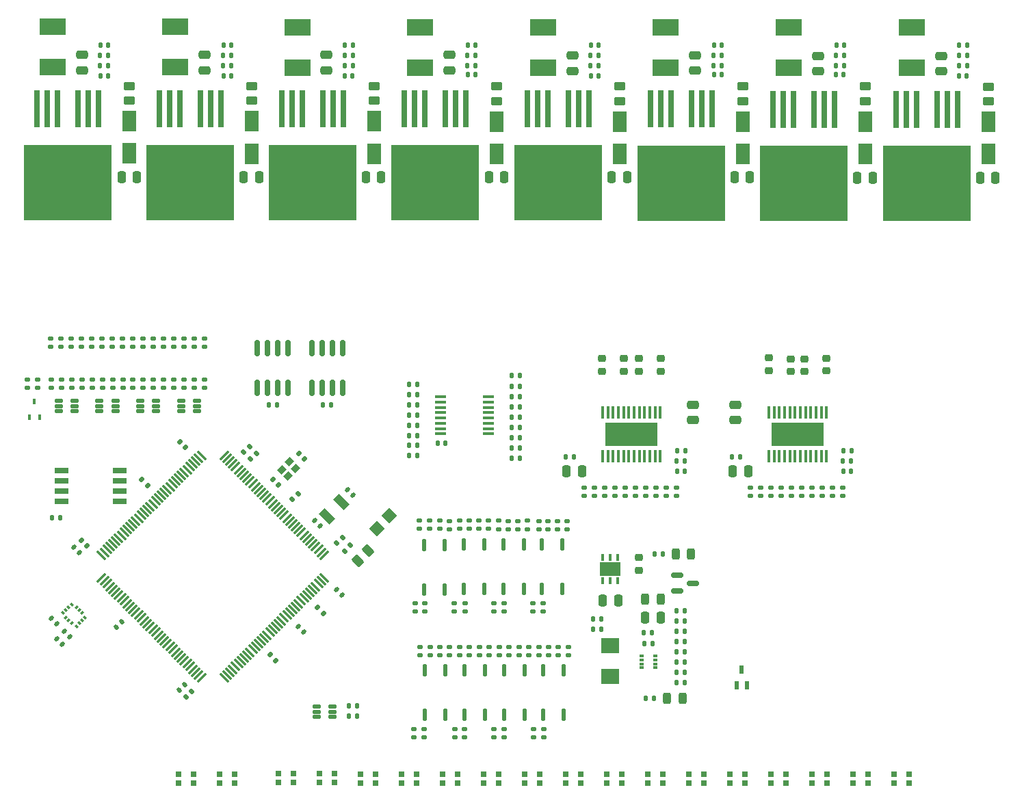
<source format=gbr>
%TF.GenerationSoftware,KiCad,Pcbnew,(6.0.8)*%
%TF.CreationDate,2023-05-29T03:20:34+02:00*%
%TF.ProjectId,pdms,70646d73-2e6b-4696-9361-645f70636258,rev?*%
%TF.SameCoordinates,Original*%
%TF.FileFunction,Paste,Top*%
%TF.FilePolarity,Positive*%
%FSLAX46Y46*%
G04 Gerber Fmt 4.6, Leading zero omitted, Abs format (unit mm)*
G04 Created by KiCad (PCBNEW (6.0.8)) date 2023-05-29 03:20:34*
%MOMM*%
%LPD*%
G01*
G04 APERTURE LIST*
G04 Aperture macros list*
%AMRoundRect*
0 Rectangle with rounded corners*
0 $1 Rounding radius*
0 $2 $3 $4 $5 $6 $7 $8 $9 X,Y pos of 4 corners*
0 Add a 4 corners polygon primitive as box body*
4,1,4,$2,$3,$4,$5,$6,$7,$8,$9,$2,$3,0*
0 Add four circle primitives for the rounded corners*
1,1,$1+$1,$2,$3*
1,1,$1+$1,$4,$5*
1,1,$1+$1,$6,$7*
1,1,$1+$1,$8,$9*
0 Add four rect primitives between the rounded corners*
20,1,$1+$1,$2,$3,$4,$5,0*
20,1,$1+$1,$4,$5,$6,$7,0*
20,1,$1+$1,$6,$7,$8,$9,0*
20,1,$1+$1,$8,$9,$2,$3,0*%
%AMRotRect*
0 Rectangle, with rotation*
0 The origin of the aperture is its center*
0 $1 length*
0 $2 width*
0 $3 Rotation angle, in degrees counterclockwise*
0 Add horizontal line*
21,1,$1,$2,0,0,$3*%
G04 Aperture macros list end*
%ADD10RoundRect,0.135000X-0.185000X0.135000X-0.185000X-0.135000X0.185000X-0.135000X0.185000X0.135000X0*%
%ADD11RoundRect,0.135000X0.185000X-0.135000X0.185000X0.135000X-0.185000X0.135000X-0.185000X-0.135000X0*%
%ADD12R,0.450000X0.700000*%
%ADD13RoundRect,0.135000X-0.135000X-0.185000X0.135000X-0.185000X0.135000X0.185000X-0.135000X0.185000X0*%
%ADD14RoundRect,0.250000X-0.450000X0.262500X-0.450000X-0.262500X0.450000X-0.262500X0.450000X0.262500X0*%
%ADD15RoundRect,0.140000X-0.219203X-0.021213X-0.021213X-0.219203X0.219203X0.021213X0.021213X0.219203X0*%
%ADD16RoundRect,0.135000X0.135000X0.185000X-0.135000X0.185000X-0.135000X-0.185000X0.135000X-0.185000X0*%
%ADD17R,0.800000X4.600000*%
%ADD18R,10.800000X9.400000*%
%ADD19R,0.700000X0.700000*%
%ADD20RoundRect,0.250000X0.250000X0.475000X-0.250000X0.475000X-0.250000X-0.475000X0.250000X-0.475000X0*%
%ADD21R,3.180000X2.000000*%
%ADD22RoundRect,0.225000X0.250000X-0.225000X0.250000X0.225000X-0.250000X0.225000X-0.250000X-0.225000X0*%
%ADD23RoundRect,0.250000X0.475000X-0.250000X0.475000X0.250000X-0.475000X0.250000X-0.475000X-0.250000X0*%
%ADD24RoundRect,0.140000X0.140000X0.170000X-0.140000X0.170000X-0.140000X-0.170000X0.140000X-0.170000X0*%
%ADD25R,0.450000X1.525000*%
%ADD26R,6.500000X2.870000*%
%ADD27R,1.800000X2.500000*%
%ADD28RoundRect,0.150000X-0.587500X-0.150000X0.587500X-0.150000X0.587500X0.150000X-0.587500X0.150000X0*%
%ADD29RoundRect,0.135000X0.226274X0.035355X0.035355X0.226274X-0.226274X-0.035355X-0.035355X-0.226274X0*%
%ADD30RoundRect,0.225000X-0.250000X0.225000X-0.250000X-0.225000X0.250000X-0.225000X0.250000X0.225000X0*%
%ADD31RoundRect,0.019500X0.465500X0.175500X-0.465500X0.175500X-0.465500X-0.175500X0.465500X-0.175500X0*%
%ADD32RoundRect,0.019500X-0.465500X-0.175500X0.465500X-0.175500X0.465500X0.175500X-0.465500X0.175500X0*%
%ADD33R,1.750000X0.650000*%
%ADD34RoundRect,0.137500X0.137500X-0.587500X0.137500X0.587500X-0.137500X0.587500X-0.137500X-0.587500X0*%
%ADD35RoundRect,0.140000X0.219203X0.021213X0.021213X0.219203X-0.219203X-0.021213X-0.021213X-0.219203X0*%
%ADD36RoundRect,0.147500X0.017678X-0.226274X0.226274X-0.017678X-0.017678X0.226274X-0.226274X0.017678X0*%
%ADD37RoundRect,0.135000X-0.226274X-0.035355X-0.035355X-0.226274X0.226274X0.035355X0.035355X0.226274X0*%
%ADD38RoundRect,0.250000X-0.132583X0.503814X-0.503814X0.132583X0.132583X-0.503814X0.503814X-0.132583X0*%
%ADD39RoundRect,0.135000X-0.035355X0.226274X-0.226274X0.035355X0.035355X-0.226274X0.226274X-0.035355X0*%
%ADD40RoundRect,0.243750X0.243750X0.456250X-0.243750X0.456250X-0.243750X-0.456250X0.243750X-0.456250X0*%
%ADD41RoundRect,0.250000X-0.250000X-0.475000X0.250000X-0.475000X0.250000X0.475000X-0.250000X0.475000X0*%
%ADD42RotRect,0.300000X1.475000X315.000000*%
%ADD43RotRect,0.300000X1.475000X225.000000*%
%ADD44RoundRect,0.140000X-0.021213X0.219203X-0.219203X0.021213X0.021213X-0.219203X0.219203X-0.021213X0*%
%ADD45R,0.475000X0.300000*%
%ADD46RoundRect,0.140000X-0.140000X-0.170000X0.140000X-0.170000X0.140000X0.170000X-0.140000X0.170000X0*%
%ADD47RoundRect,0.135000X0.035355X-0.226274X0.226274X-0.035355X-0.035355X0.226274X-0.226274X0.035355X0*%
%ADD48RotRect,0.250000X0.475000X45.000000*%
%ADD49RotRect,0.250000X0.475000X315.000000*%
%ADD50RoundRect,0.250000X-0.475000X0.250000X-0.475000X-0.250000X0.475000X-0.250000X0.475000X0.250000X0*%
%ADD51R,0.300000X0.850000*%
%ADD52R,2.500000X1.700000*%
%ADD53RotRect,1.000000X1.800000X225.000000*%
%ADD54RotRect,0.900000X0.800000X45.000000*%
%ADD55RoundRect,0.150000X0.150000X-0.825000X0.150000X0.825000X-0.150000X0.825000X-0.150000X-0.825000X0*%
%ADD56RotRect,1.400000X1.400000X45.000000*%
%ADD57RoundRect,0.243750X-0.243750X-0.456250X0.243750X-0.456250X0.243750X0.456250X-0.243750X0.456250X0*%
%ADD58R,2.286000X1.854500*%
%ADD59R,1.475000X0.450000*%
%ADD60R,0.550000X1.000000*%
G04 APERTURE END LIST*
D10*
%TO.C,R172*%
X19685000Y-110107000D03*
X19685000Y-111127000D03*
%TD*%
D11*
%TO.C,R171*%
X18415000Y-111127000D03*
X18415000Y-110107000D03*
%TD*%
D12*
%TO.C,D37*%
X18654000Y-114792000D03*
X19954000Y-114792000D03*
X19304000Y-112792000D03*
%TD*%
D13*
%TO.C,R8*%
X42668000Y-69977000D03*
X43688000Y-69977000D03*
%TD*%
D11*
%TO.C,R68*%
X21434000Y-111112000D03*
X21434000Y-110092000D03*
%TD*%
%TO.C,R52*%
X84175600Y-144274000D03*
X84175600Y-143254000D03*
%TD*%
D10*
%TO.C,R88*%
X22606000Y-105027000D03*
X22606000Y-106047000D03*
%TD*%
D14*
%TO.C,R150*%
X122174000Y-73838750D03*
X122174000Y-75663750D03*
%TD*%
D11*
%TO.C,R34*%
X67056000Y-144274000D03*
X67056000Y-143254000D03*
%TD*%
D15*
%TO.C,C78*%
X56673256Y-136101293D03*
X57352078Y-136780115D03*
%TD*%
D11*
%TO.C,R83*%
X36586000Y-111110000D03*
X36586000Y-110090000D03*
%TD*%
D16*
%TO.C,R137*%
X79400200Y-119837200D03*
X78380200Y-119837200D03*
%TD*%
D13*
%TO.C,R46*%
X118514400Y-69951600D03*
X119534400Y-69951600D03*
%TD*%
D17*
%TO.C,IC1*%
X27279600Y-76575000D03*
X26009600Y-76575000D03*
X24739600Y-76575000D03*
X22199600Y-76575000D03*
X20929600Y-76575000D03*
X19659600Y-76575000D03*
D18*
X23469600Y-85725000D03*
%TD*%
D19*
%TO.C,D18*%
X71695000Y-160050000D03*
X71695000Y-158950000D03*
X69865000Y-158950000D03*
X69865000Y-160050000D03*
%TD*%
D11*
%TO.C,R77*%
X28979000Y-111112000D03*
X28979000Y-110092000D03*
%TD*%
D20*
%TO.C,C34*%
X123073200Y-85108450D03*
X121173200Y-85108450D03*
%TD*%
D13*
%TO.C,R143*%
X78380200Y-113487200D03*
X79400200Y-113487200D03*
%TD*%
D11*
%TO.C,R25*%
X96280000Y-124516000D03*
X96280000Y-123496000D03*
%TD*%
D21*
%TO.C,F9*%
X127882140Y-71543000D03*
X127882140Y-66543000D03*
%TD*%
D16*
%TO.C,R152*%
X79400200Y-114757200D03*
X78380200Y-114757200D03*
%TD*%
D22*
%TO.C,C73*%
X117348000Y-109029800D03*
X117348000Y-107479800D03*
%TD*%
D23*
%TO.C,C27*%
X85902800Y-71917600D03*
X85902800Y-70017600D03*
%TD*%
D11*
%TO.C,R106*%
X28956000Y-106047000D03*
X28956000Y-105027000D03*
%TD*%
D19*
%TO.C,D10*%
X51375000Y-160020000D03*
X51375000Y-158920000D03*
X49545000Y-158920000D03*
X49545000Y-160020000D03*
%TD*%
D10*
%TO.C,R130*%
X67564000Y-153388600D03*
X67564000Y-154408600D03*
%TD*%
D22*
%TO.C,C70*%
X110223000Y-109004800D03*
X110223000Y-107454800D03*
%TD*%
D24*
%TO.C,C32*%
X119532400Y-68681600D03*
X118572400Y-68681600D03*
%TD*%
D16*
%TO.C,R156*%
X79400200Y-112217200D03*
X78380200Y-112217200D03*
%TD*%
D25*
%TO.C,IC7*%
X89638000Y-119606000D03*
X90288000Y-119606000D03*
X90938000Y-119606000D03*
X91588000Y-119606000D03*
X92238000Y-119606000D03*
X92888000Y-119606000D03*
X93538000Y-119606000D03*
X94188000Y-119606000D03*
X94838000Y-119606000D03*
X95488000Y-119606000D03*
X96138000Y-119606000D03*
X96788000Y-119606000D03*
X96788000Y-114182000D03*
X96138000Y-114182000D03*
X95488000Y-114182000D03*
X94838000Y-114182000D03*
X94188000Y-114182000D03*
X93538000Y-114182000D03*
X92888000Y-114182000D03*
X92238000Y-114182000D03*
X91588000Y-114182000D03*
X90938000Y-114182000D03*
X90288000Y-114182000D03*
X89638000Y-114182000D03*
D26*
X93213000Y-116894000D03*
%TD*%
D19*
%TO.C,D21*%
X102175000Y-160050000D03*
X102175000Y-158950000D03*
X100345000Y-158950000D03*
X100345000Y-160050000D03*
%TD*%
D23*
%TO.C,C39*%
X131521200Y-71968400D03*
X131521200Y-70068400D03*
%TD*%
D10*
%TO.C,R80*%
X32766000Y-110094000D03*
X32766000Y-111114000D03*
%TD*%
D16*
%TO.C,R62*%
X99824000Y-142544800D03*
X98804000Y-142544800D03*
%TD*%
D11*
%TO.C,R9*%
X74345800Y-128602200D03*
X74345800Y-127582200D03*
%TD*%
D24*
%TO.C,C24*%
X89152000Y-68707000D03*
X88192000Y-68707000D03*
%TD*%
D27*
%TO.C,D5*%
X76550780Y-82168000D03*
X76550780Y-78168000D03*
%TD*%
D11*
%TO.C,R75*%
X26439000Y-111112000D03*
X26439000Y-110092000D03*
%TD*%
D28*
%TO.C,Q1*%
X98902400Y-134370800D03*
X98902400Y-136270800D03*
X100777400Y-135320800D03*
%TD*%
D13*
%TO.C,R109*%
X96063100Y-131724400D03*
X97083100Y-131724400D03*
%TD*%
D29*
%TO.C,C42*%
X49529108Y-123182699D03*
X48807860Y-122461451D03*
%TD*%
D10*
%TO.C,R49*%
X82956400Y-143254000D03*
X82956400Y-144274000D03*
%TD*%
%TO.C,R111*%
X70662800Y-127618200D03*
X70662800Y-128638200D03*
%TD*%
D11*
%TO.C,R41*%
X74371200Y-144274000D03*
X74371200Y-143254000D03*
%TD*%
D23*
%TO.C,C23*%
X70662800Y-71816000D03*
X70662800Y-69916000D03*
%TD*%
D11*
%TO.C,R165*%
X39116000Y-106047000D03*
X39116000Y-105027000D03*
%TD*%
D10*
%TO.C,R112*%
X67665600Y-137767600D03*
X67665600Y-138787600D03*
%TD*%
D30*
%TO.C,C55*%
X94149900Y-132155800D03*
X94149900Y-133705800D03*
%TD*%
D20*
%TO.C,C54*%
X91549900Y-137430800D03*
X89649900Y-137430800D03*
%TD*%
D29*
%TO.C,C48*%
X33319957Y-123224560D03*
X32598709Y-122503312D03*
%TD*%
D15*
%TO.C,C81*%
X52004547Y-140724039D03*
X52683369Y-141402861D03*
%TD*%
D24*
%TO.C,C5*%
X43686000Y-68707000D03*
X42726000Y-68707000D03*
%TD*%
D31*
%TO.C,D24*%
X29324000Y-114046000D03*
X29324000Y-113396000D03*
X29324000Y-112746000D03*
D32*
X27364000Y-112746000D03*
X27364000Y-113396000D03*
X27364000Y-114046000D03*
%TD*%
D10*
%TO.C,R122*%
X85242400Y-127607600D03*
X85242400Y-128627600D03*
%TD*%
D33*
%TO.C,IC20*%
X29910000Y-125160000D03*
X29910000Y-123890000D03*
X29910000Y-122620000D03*
X29910000Y-121350000D03*
X22660000Y-121350000D03*
X22660000Y-122620000D03*
X22660000Y-123890000D03*
X22660000Y-125160000D03*
%TD*%
D21*
%TO.C,F2*%
X21590000Y-71455000D03*
X21590000Y-66455000D03*
%TD*%
D13*
%TO.C,R153*%
X65682600Y-118262400D03*
X66702600Y-118262400D03*
%TD*%
D10*
%TO.C,R86*%
X40396000Y-110092000D03*
X40396000Y-111112000D03*
%TD*%
%TO.C,R162*%
X35306000Y-105027000D03*
X35306000Y-106047000D03*
%TD*%
D34*
%TO.C,U4*%
X72491600Y-136049200D03*
X75031600Y-136049200D03*
X75031600Y-130549200D03*
X72491600Y-130549200D03*
%TD*%
D11*
%TO.C,R91*%
X26416000Y-106047000D03*
X26416000Y-105027000D03*
%TD*%
D19*
%TO.C,D15*%
X117415000Y-160050000D03*
X117415000Y-158950000D03*
X115585000Y-158950000D03*
X115585000Y-160050000D03*
%TD*%
D20*
%TO.C,C56*%
X96809600Y-139573000D03*
X94909600Y-139573000D03*
%TD*%
%TO.C,C22*%
X77449980Y-85070200D03*
X75549980Y-85070200D03*
%TD*%
D11*
%TO.C,R50*%
X81737200Y-144274000D03*
X81737200Y-143254000D03*
%TD*%
D10*
%TO.C,R124*%
X75565000Y-143254000D03*
X75565000Y-144274000D03*
%TD*%
D24*
%TO.C,C65*%
X49305400Y-113244400D03*
X48345400Y-113244400D03*
%TD*%
D35*
%TO.C,C82*%
X24883608Y-131584542D03*
X24204786Y-130905720D03*
%TD*%
D10*
%TO.C,R43*%
X78079600Y-143254000D03*
X78079600Y-144274000D03*
%TD*%
D17*
%TO.C,IC5*%
X87948520Y-76624750D03*
X86678520Y-76624750D03*
X85408520Y-76624750D03*
X82868520Y-76624750D03*
X81598520Y-76624750D03*
X80328520Y-76624750D03*
D18*
X84138520Y-85774750D03*
%TD*%
D10*
%TO.C,R133*%
X82346800Y-153414000D03*
X82346800Y-154434000D03*
%TD*%
D13*
%TO.C,R28*%
X85102000Y-119733000D03*
X86122000Y-119733000D03*
%TD*%
D14*
%TO.C,R151*%
X137381740Y-73851500D03*
X137381740Y-75676500D03*
%TD*%
D11*
%TO.C,R87*%
X21336000Y-106047000D03*
X21336000Y-105027000D03*
%TD*%
D10*
%TO.C,R132*%
X77419200Y-153414000D03*
X77419200Y-154434000D03*
%TD*%
D22*
%TO.C,C72*%
X114623000Y-109097800D03*
X114623000Y-107547800D03*
%TD*%
D36*
%TO.C,D33*%
X57715990Y-131337055D03*
X58401884Y-130651161D03*
%TD*%
D17*
%TO.C,IC3*%
X57533040Y-76599250D03*
X56263040Y-76599250D03*
X54993040Y-76599250D03*
X52453040Y-76599250D03*
X51183040Y-76599250D03*
X49913040Y-76599250D03*
D18*
X53723040Y-85749250D03*
%TD*%
D37*
%TO.C,C46*%
X52040752Y-119228559D03*
X52762000Y-119949807D03*
%TD*%
D10*
%TO.C,R100*%
X113036889Y-123474455D03*
X113036889Y-124494455D03*
%TD*%
%TO.C,R164*%
X37846000Y-105027000D03*
X37846000Y-106047000D03*
%TD*%
%TO.C,R107*%
X30226000Y-105027000D03*
X30226000Y-106047000D03*
%TD*%
D34*
%TO.C,U8*%
X72517000Y-151594000D03*
X75057000Y-151594000D03*
X75057000Y-146094000D03*
X72517000Y-146094000D03*
%TD*%
D11*
%TO.C,R110*%
X66446400Y-138787600D03*
X66446400Y-137767600D03*
%TD*%
D13*
%TO.C,C63*%
X88440800Y-140995400D03*
X89460800Y-140995400D03*
%TD*%
D11*
%TO.C,R119*%
X81127600Y-154434000D03*
X81127600Y-153414000D03*
%TD*%
D38*
%TO.C,R54*%
X60589235Y-131307765D03*
X59298765Y-132598235D03*
%TD*%
D17*
%TO.C,IC9*%
X133571740Y-76663000D03*
X132301740Y-76663000D03*
X131031740Y-76663000D03*
X128491740Y-76663000D03*
X127221740Y-76663000D03*
X125951740Y-76663000D03*
D18*
X129761740Y-85813000D03*
%TD*%
D16*
%TO.C,C60*%
X99824000Y-147624800D03*
X98804000Y-147624800D03*
%TD*%
D10*
%TO.C,R98*%
X110496889Y-123474455D03*
X110496889Y-124494455D03*
%TD*%
D20*
%TO.C,C30*%
X107865460Y-85095700D03*
X105965460Y-85095700D03*
%TD*%
D24*
%TO.C,C9*%
X58701440Y-68707000D03*
X57741440Y-68707000D03*
%TD*%
D11*
%TO.C,R104*%
X119386889Y-124494455D03*
X119386889Y-123474455D03*
%TD*%
D39*
%TO.C,C49*%
X38799329Y-148709113D03*
X38078081Y-149430361D03*
%TD*%
D19*
%TO.C,D16*%
X66615000Y-160050000D03*
X66615000Y-158950000D03*
X64785000Y-158950000D03*
X64785000Y-160050000D03*
%TD*%
D27*
%TO.C,D1*%
X31089600Y-82131000D03*
X31089600Y-78131000D03*
%TD*%
D40*
%TO.C,D34*%
X99517200Y-149606000D03*
X97642200Y-149606000D03*
%TD*%
D10*
%TO.C,R92*%
X27686000Y-105027000D03*
X27686000Y-106047000D03*
%TD*%
D16*
%TO.C,R154*%
X66677000Y-119481600D03*
X65657000Y-119481600D03*
%TD*%
D13*
%TO.C,R141*%
X65682600Y-115824000D03*
X66702600Y-115824000D03*
%TD*%
D10*
%TO.C,R71*%
X25244000Y-110092000D03*
X25244000Y-111112000D03*
%TD*%
%TO.C,R97*%
X109226889Y-123474455D03*
X109226889Y-124494455D03*
%TD*%
D24*
%TO.C,C28*%
X104392000Y-68681600D03*
X103432000Y-68681600D03*
%TD*%
D19*
%TO.C,D36*%
X44095000Y-160062000D03*
X44095000Y-158962000D03*
X42265000Y-158962000D03*
X42265000Y-160062000D03*
%TD*%
D41*
%TO.C,C19*%
X85170000Y-121511000D03*
X87070000Y-121511000D03*
%TD*%
D13*
%TO.C,R60*%
X98804000Y-145084800D03*
X99824000Y-145084800D03*
%TD*%
%TO.C,R96*%
X119384889Y-120219455D03*
X120404889Y-120219455D03*
%TD*%
D19*
%TO.C,D30*%
X97095000Y-160050000D03*
X97095000Y-158950000D03*
X95265000Y-158950000D03*
X95265000Y-160050000D03*
%TD*%
D13*
%TO.C,R53*%
X133722140Y-71221600D03*
X134742140Y-71221600D03*
%TD*%
D24*
%TO.C,C64*%
X56004400Y-113244400D03*
X55044400Y-113244400D03*
%TD*%
D17*
%TO.C,IC2*%
X42409600Y-76586500D03*
X41139600Y-76586500D03*
X39869600Y-76586500D03*
X37329600Y-76586500D03*
X36059600Y-76586500D03*
X34789600Y-76586500D03*
D18*
X38599600Y-85736500D03*
%TD*%
D10*
%TO.C,R166*%
X40386000Y-105027000D03*
X40386000Y-106047000D03*
%TD*%
D13*
%TO.C,R105*%
X119427889Y-118949455D03*
X120447889Y-118949455D03*
%TD*%
D42*
%TO.C,IC19*%
X55174508Y-131868942D03*
X54820955Y-131515388D03*
X54467401Y-131161835D03*
X54113848Y-130808282D03*
X53760294Y-130454728D03*
X53406741Y-130101175D03*
X53053188Y-129747621D03*
X52699634Y-129394068D03*
X52346081Y-129040515D03*
X51992527Y-128686961D03*
X51638974Y-128333408D03*
X51285421Y-127979854D03*
X50931867Y-127626301D03*
X50578314Y-127272748D03*
X50224760Y-126919194D03*
X49871207Y-126565641D03*
X49517654Y-126212087D03*
X49164100Y-125858534D03*
X48810547Y-125504981D03*
X48456994Y-125151427D03*
X48103440Y-124797874D03*
X47749887Y-124444321D03*
X47396333Y-124090767D03*
X47042780Y-123737214D03*
X46689227Y-123383660D03*
X46335673Y-123030107D03*
X45982120Y-122676554D03*
X45628566Y-122323000D03*
X45275013Y-121969447D03*
X44921460Y-121615893D03*
X44567906Y-121262340D03*
X44214353Y-120908787D03*
X43860799Y-120555233D03*
X43507246Y-120201680D03*
X43153693Y-119848126D03*
X42800139Y-119494573D03*
D43*
X39988683Y-119494573D03*
X39635129Y-119848126D03*
X39281576Y-120201680D03*
X38928023Y-120555233D03*
X38574469Y-120908787D03*
X38220916Y-121262340D03*
X37867362Y-121615893D03*
X37513809Y-121969447D03*
X37160256Y-122323000D03*
X36806702Y-122676554D03*
X36453149Y-123030107D03*
X36099595Y-123383660D03*
X35746042Y-123737214D03*
X35392489Y-124090767D03*
X35038935Y-124444321D03*
X34685382Y-124797874D03*
X34331828Y-125151427D03*
X33978275Y-125504981D03*
X33624722Y-125858534D03*
X33271168Y-126212087D03*
X32917615Y-126565641D03*
X32564062Y-126919194D03*
X32210508Y-127272748D03*
X31856955Y-127626301D03*
X31503401Y-127979854D03*
X31149848Y-128333408D03*
X30796295Y-128686961D03*
X30442741Y-129040515D03*
X30089188Y-129394068D03*
X29735634Y-129747621D03*
X29382081Y-130101175D03*
X29028528Y-130454728D03*
X28674974Y-130808282D03*
X28321421Y-131161835D03*
X27967867Y-131515388D03*
X27614314Y-131868942D03*
D42*
X27614314Y-134680398D03*
X27967867Y-135033952D03*
X28321421Y-135387505D03*
X28674974Y-135741058D03*
X29028528Y-136094612D03*
X29382081Y-136448165D03*
X29735634Y-136801719D03*
X30089188Y-137155272D03*
X30442741Y-137508825D03*
X30796295Y-137862379D03*
X31149848Y-138215932D03*
X31503401Y-138569486D03*
X31856955Y-138923039D03*
X32210508Y-139276592D03*
X32564062Y-139630146D03*
X32917615Y-139983699D03*
X33271168Y-140337253D03*
X33624722Y-140690806D03*
X33978275Y-141044359D03*
X34331828Y-141397913D03*
X34685382Y-141751466D03*
X35038935Y-142105019D03*
X35392489Y-142458573D03*
X35746042Y-142812126D03*
X36099595Y-143165680D03*
X36453149Y-143519233D03*
X36806702Y-143872786D03*
X37160256Y-144226340D03*
X37513809Y-144579893D03*
X37867362Y-144933447D03*
X38220916Y-145287000D03*
X38574469Y-145640553D03*
X38928023Y-145994107D03*
X39281576Y-146347660D03*
X39635129Y-146701214D03*
X39988683Y-147054767D03*
D43*
X42800139Y-147054767D03*
X43153693Y-146701214D03*
X43507246Y-146347660D03*
X43860799Y-145994107D03*
X44214353Y-145640553D03*
X44567906Y-145287000D03*
X44921460Y-144933447D03*
X45275013Y-144579893D03*
X45628566Y-144226340D03*
X45982120Y-143872786D03*
X46335673Y-143519233D03*
X46689227Y-143165680D03*
X47042780Y-142812126D03*
X47396333Y-142458573D03*
X47749887Y-142105019D03*
X48103440Y-141751466D03*
X48456994Y-141397913D03*
X48810547Y-141044359D03*
X49164100Y-140690806D03*
X49517654Y-140337253D03*
X49871207Y-139983699D03*
X50224760Y-139630146D03*
X50578314Y-139276592D03*
X50931867Y-138923039D03*
X51285421Y-138569486D03*
X51638974Y-138215932D03*
X51992527Y-137862379D03*
X52346081Y-137508825D03*
X52699634Y-137155272D03*
X53053188Y-136801719D03*
X53406741Y-136448165D03*
X53760294Y-136094612D03*
X54113848Y-135741058D03*
X54467401Y-135387505D03*
X54820955Y-135033952D03*
X55174508Y-134680398D03*
%TD*%
D11*
%TO.C,R161*%
X34036000Y-106047000D03*
X34036000Y-105027000D03*
%TD*%
D44*
%TO.C,C77*%
X30139411Y-140110589D03*
X29460589Y-140789411D03*
%TD*%
D22*
%TO.C,C16*%
X94150000Y-109075000D03*
X94150000Y-107525000D03*
%TD*%
D13*
%TO.C,R3*%
X27430000Y-69977000D03*
X28450000Y-69977000D03*
%TD*%
D31*
%TO.C,D26*%
X39471000Y-114046000D03*
X39471000Y-113396000D03*
X39471000Y-112746000D03*
D32*
X37511000Y-112746000D03*
X37511000Y-113396000D03*
X37511000Y-114046000D03*
%TD*%
D19*
%TO.C,D29*%
X39015000Y-160062000D03*
X39015000Y-158962000D03*
X37185000Y-158962000D03*
X37185000Y-160062000D03*
%TD*%
D15*
%TO.C,C75*%
X22090589Y-142227589D03*
X22769411Y-142906411D03*
%TD*%
D45*
%TO.C,IC11*%
X94471500Y-144304800D03*
X94471500Y-144804800D03*
X94471500Y-145304800D03*
X94471500Y-145804800D03*
X96147500Y-145804800D03*
X96147500Y-145304800D03*
X96147500Y-144804800D03*
X96147500Y-144304800D03*
%TD*%
D11*
%TO.C,R4*%
X69456800Y-128602200D03*
X69456800Y-127582200D03*
%TD*%
D46*
%TO.C,C37*%
X133733600Y-72491600D03*
X134693600Y-72491600D03*
%TD*%
D10*
%TO.C,R131*%
X72517000Y-153414000D03*
X72517000Y-154434000D03*
%TD*%
D13*
%TO.C,R35*%
X88134000Y-69977000D03*
X89154000Y-69977000D03*
%TD*%
D11*
%TO.C,R19*%
X84074000Y-128627600D03*
X84074000Y-127607600D03*
%TD*%
D10*
%TO.C,R69*%
X22704000Y-110092000D03*
X22704000Y-111112000D03*
%TD*%
D23*
%TO.C,C4*%
X25196800Y-71816000D03*
X25196800Y-69916000D03*
%TD*%
D27*
%TO.C,D3*%
X61343040Y-82155250D03*
X61343040Y-78155250D03*
%TD*%
D47*
%TO.C,R66*%
X56710485Y-130366904D03*
X57431733Y-129645656D03*
%TD*%
D10*
%TO.C,R29*%
X87390000Y-123496000D03*
X87390000Y-124516000D03*
%TD*%
D19*
%TO.C,D19*%
X107255000Y-160050000D03*
X107255000Y-158950000D03*
X105425000Y-158950000D03*
X105425000Y-160050000D03*
%TD*%
D48*
%TO.C,IC15*%
X23908318Y-137947658D03*
X23554765Y-138301212D03*
X23201212Y-138654765D03*
X22847658Y-139008318D03*
D49*
X23201212Y-139591682D03*
X23554765Y-139945235D03*
X23908318Y-140298788D03*
D48*
X24491682Y-140652342D03*
X24845235Y-140298788D03*
X25198788Y-139945235D03*
X25552342Y-139591682D03*
D49*
X25198788Y-139008318D03*
X24845235Y-138654765D03*
X24491682Y-138301212D03*
%TD*%
D14*
%TO.C,R144*%
X31089600Y-73763500D03*
X31089600Y-75588500D03*
%TD*%
D27*
%TO.C,D2*%
X46219600Y-82142500D03*
X46219600Y-78142500D03*
%TD*%
D10*
%TO.C,R126*%
X85394800Y-143254000D03*
X85394800Y-144274000D03*
%TD*%
D46*
%TO.C,C6*%
X42700000Y-72517000D03*
X43660000Y-72517000D03*
%TD*%
D13*
%TO.C,R51*%
X133722140Y-69951600D03*
X134742140Y-69951600D03*
%TD*%
D22*
%TO.C,C17*%
X96800000Y-109075000D03*
X96800000Y-107525000D03*
%TD*%
D50*
%TO.C,C69*%
X106045000Y-113223000D03*
X106045000Y-115123000D03*
%TD*%
D11*
%TO.C,R79*%
X31496000Y-111114000D03*
X31496000Y-110094000D03*
%TD*%
D10*
%TO.C,R76*%
X27709000Y-110092000D03*
X27709000Y-111112000D03*
%TD*%
D47*
%TO.C,C43*%
X46039376Y-119960624D03*
X46760624Y-119239376D03*
%TD*%
D11*
%TO.C,R113*%
X71272400Y-138787600D03*
X71272400Y-137767600D03*
%TD*%
D14*
%TO.C,R149*%
X106966260Y-73826000D03*
X106966260Y-75651000D03*
%TD*%
D11*
%TO.C,R14*%
X79146400Y-128627600D03*
X79146400Y-127607600D03*
%TD*%
%TO.C,R2*%
X66979800Y-128604199D03*
X66979800Y-127584199D03*
%TD*%
D10*
%TO.C,R44*%
X93740000Y-123496000D03*
X93740000Y-124516000D03*
%TD*%
D16*
%TO.C,C61*%
X99764500Y-138760200D03*
X98744500Y-138760200D03*
%TD*%
D10*
%TO.C,R21*%
X89930000Y-123496000D03*
X89930000Y-124516000D03*
%TD*%
D13*
%TO.C,R61*%
X98804000Y-146354800D03*
X99824000Y-146354800D03*
%TD*%
D19*
%TO.C,D17*%
X112335000Y-160050000D03*
X112335000Y-158950000D03*
X110505000Y-158950000D03*
X110505000Y-160050000D03*
%TD*%
D11*
%TO.C,R17*%
X81737200Y-128627600D03*
X81737200Y-127607600D03*
%TD*%
D10*
%TO.C,R123*%
X70688200Y-143254000D03*
X70688200Y-144274000D03*
%TD*%
D51*
%TO.C,IC10*%
X89603500Y-135045400D03*
X90553500Y-135045400D03*
X91503500Y-135045400D03*
X91503500Y-132145400D03*
X90553500Y-132145400D03*
X89603500Y-132145400D03*
D52*
X90553500Y-133595400D03*
%TD*%
D46*
%TO.C,C10*%
X57686000Y-72517000D03*
X58646000Y-72517000D03*
%TD*%
D20*
%TO.C,C3*%
X31988800Y-85033200D03*
X30088800Y-85033200D03*
%TD*%
D29*
%TO.C,C41*%
X25826183Y-130721165D03*
X25104935Y-129999917D03*
%TD*%
D11*
%TO.C,R103*%
X118116889Y-124494455D03*
X118116889Y-123474455D03*
%TD*%
D13*
%TO.C,R139*%
X78380200Y-116027200D03*
X79400200Y-116027200D03*
%TD*%
D46*
%TO.C,C86*%
X58270000Y-150550000D03*
X59230000Y-150550000D03*
%TD*%
D10*
%TO.C,R23*%
X92470000Y-123496000D03*
X92470000Y-124516000D03*
%TD*%
D13*
%TO.C,R64*%
X98787300Y-140019800D03*
X99807300Y-140019800D03*
%TD*%
D11*
%TO.C,R36*%
X69477466Y-144274000D03*
X69477466Y-143254000D03*
%TD*%
D13*
%TO.C,R37*%
X88134000Y-71247000D03*
X89154000Y-71247000D03*
%TD*%
D19*
%TO.C,D20*%
X76775000Y-160050000D03*
X76775000Y-158950000D03*
X74945000Y-158950000D03*
X74945000Y-160050000D03*
%TD*%
D10*
%TO.C,R22*%
X91200000Y-123496000D03*
X91200000Y-124516000D03*
%TD*%
%TO.C,R20*%
X88660000Y-123496000D03*
X88660000Y-124516000D03*
%TD*%
D11*
%TO.C,R114*%
X76149200Y-138787600D03*
X76149200Y-137767600D03*
%TD*%
D19*
%TO.C,D32*%
X92015000Y-160050000D03*
X92015000Y-158950000D03*
X90185000Y-158950000D03*
X90185000Y-160050000D03*
%TD*%
D17*
%TO.C,IC8*%
X118364000Y-76650250D03*
X117094000Y-76650250D03*
X115824000Y-76650250D03*
X113284000Y-76650250D03*
X112014000Y-76650250D03*
X110744000Y-76650250D03*
D18*
X114554000Y-85800250D03*
%TD*%
D53*
%TO.C,Y2*%
X55540647Y-127082534D03*
X57308413Y-125314768D03*
%TD*%
D10*
%TO.C,R125*%
X80518000Y-143254000D03*
X80518000Y-144274000D03*
%TD*%
D13*
%TO.C,R18*%
X72891180Y-69977000D03*
X73911180Y-69977000D03*
%TD*%
D27*
%TO.C,D9*%
X137381740Y-82219000D03*
X137381740Y-78219000D03*
%TD*%
D15*
%TO.C,C76*%
X23045166Y-141321503D03*
X23723988Y-142000325D03*
%TD*%
D46*
%TO.C,C2*%
X27488000Y-72517000D03*
X28448000Y-72517000D03*
%TD*%
D10*
%TO.C,R6*%
X73152000Y-127582200D03*
X73152000Y-128602200D03*
%TD*%
D21*
%TO.C,F3*%
X36720000Y-71466500D03*
X36720000Y-66466500D03*
%TD*%
D24*
%TO.C,C36*%
X134740140Y-68681600D03*
X133780140Y-68681600D03*
%TD*%
D20*
%TO.C,C38*%
X138280940Y-85121200D03*
X136380940Y-85121200D03*
%TD*%
D16*
%TO.C,C58*%
X95760000Y-141452600D03*
X94740000Y-141452600D03*
%TD*%
D10*
%TO.C,R129*%
X82245200Y-137767600D03*
X82245200Y-138787600D03*
%TD*%
D21*
%TO.C,F4*%
X51843440Y-71479250D03*
X51843440Y-66479250D03*
%TD*%
D13*
%TO.C,C62*%
X88440800Y-139725400D03*
X89460800Y-139725400D03*
%TD*%
D10*
%TO.C,R38*%
X73152000Y-143254000D03*
X73152000Y-144274000D03*
%TD*%
D13*
%TO.C,R42*%
X103374000Y-71221600D03*
X104394000Y-71221600D03*
%TD*%
D10*
%TO.C,R95*%
X107956889Y-123474455D03*
X107956889Y-124494455D03*
%TD*%
D14*
%TO.C,R147*%
X76550780Y-73800500D03*
X76550780Y-75625500D03*
%TD*%
D11*
%TO.C,R24*%
X95010000Y-124516000D03*
X95010000Y-123496000D03*
%TD*%
D10*
%TO.C,R128*%
X77419200Y-137767600D03*
X77419200Y-138787600D03*
%TD*%
D11*
%TO.C,R118*%
X76200000Y-154434000D03*
X76200000Y-153414000D03*
%TD*%
D23*
%TO.C,C12*%
X55473600Y-71816000D03*
X55473600Y-69916000D03*
%TD*%
D15*
%TO.C,C85*%
X58031362Y-123720667D03*
X58710184Y-124399489D03*
%TD*%
D21*
%TO.C,F5*%
X67051180Y-71492000D03*
X67051180Y-66492000D03*
%TD*%
D19*
%TO.C,D13*%
X122495000Y-160050000D03*
X122495000Y-158950000D03*
X120665000Y-158950000D03*
X120665000Y-160050000D03*
%TD*%
D11*
%TO.C,R159*%
X31496000Y-106047000D03*
X31496000Y-105027000D03*
%TD*%
D13*
%TO.C,R10*%
X42668000Y-71247000D03*
X43688000Y-71247000D03*
%TD*%
D46*
%TO.C,C25*%
X88166000Y-72517000D03*
X89126000Y-72517000D03*
%TD*%
D13*
%TO.C,R30*%
X98818000Y-120241000D03*
X99838000Y-120241000D03*
%TD*%
D27*
%TO.C,D7*%
X106966260Y-82193500D03*
X106966260Y-78193500D03*
%TD*%
D20*
%TO.C,C11*%
X62242240Y-85057450D03*
X60342240Y-85057450D03*
%TD*%
D23*
%TO.C,C35*%
X116281200Y-71943000D03*
X116281200Y-70043000D03*
%TD*%
D16*
%TO.C,C59*%
X99837300Y-143814800D03*
X98817300Y-143814800D03*
%TD*%
D21*
%TO.C,F7*%
X97466660Y-71517500D03*
X97466660Y-66517500D03*
%TD*%
D15*
%TO.C,C74*%
X21385589Y-139660589D03*
X22064411Y-140339411D03*
%TD*%
D19*
%TO.C,D14*%
X61535000Y-160050000D03*
X61535000Y-158950000D03*
X59705000Y-158950000D03*
X59705000Y-160050000D03*
%TD*%
D24*
%TO.C,C67*%
X120374889Y-121489455D03*
X119414889Y-121489455D03*
%TD*%
D11*
%TO.C,R26*%
X97550000Y-124516000D03*
X97550000Y-123496000D03*
%TD*%
D13*
%TO.C,R94*%
X105668889Y-119711455D03*
X106688889Y-119711455D03*
%TD*%
%TO.C,R13*%
X57683440Y-69977000D03*
X58703440Y-69977000D03*
%TD*%
D54*
%TO.C,Y1*%
X50678864Y-122089512D03*
X51668813Y-121099563D03*
X50890996Y-120321746D03*
X49901047Y-121311695D03*
%TD*%
D11*
%TO.C,R81*%
X34036000Y-111114000D03*
X34036000Y-110094000D03*
%TD*%
D13*
%TO.C,R155*%
X78380200Y-110947200D03*
X79400200Y-110947200D03*
%TD*%
D11*
%TO.C,R117*%
X71374000Y-154434000D03*
X71374000Y-153414000D03*
%TD*%
D14*
%TO.C,R148*%
X91758520Y-73813250D03*
X91758520Y-75638250D03*
%TD*%
D11*
%TO.C,R47*%
X79298800Y-144274000D03*
X79298800Y-143254000D03*
%TD*%
D55*
%TO.C,U2*%
X53619400Y-111147400D03*
X54889400Y-111147400D03*
X56159400Y-111147400D03*
X57429400Y-111147400D03*
X57429400Y-106197400D03*
X56159400Y-106197400D03*
X54889400Y-106197400D03*
X53619400Y-106197400D03*
%TD*%
D14*
%TO.C,R145*%
X46219600Y-73775000D03*
X46219600Y-75600000D03*
%TD*%
D34*
%TO.C,U9*%
X77419200Y-151594000D03*
X79959200Y-151594000D03*
X79959200Y-146094000D03*
X77419200Y-146094000D03*
%TD*%
D10*
%TO.C,R82*%
X35306000Y-110096000D03*
X35306000Y-111116000D03*
%TD*%
D13*
%TO.C,R157*%
X65682600Y-110744000D03*
X66702600Y-110744000D03*
%TD*%
D34*
%TO.C,U7*%
X67589400Y-151619400D03*
X70129400Y-151619400D03*
X70129400Y-146119400D03*
X67589400Y-146119400D03*
%TD*%
D11*
%TO.C,R163*%
X36576000Y-106047000D03*
X36576000Y-105027000D03*
%TD*%
D56*
%TO.C,C40*%
X63261817Y-126984183D03*
X61706183Y-128539817D03*
%TD*%
D11*
%TO.C,R115*%
X80975200Y-138787600D03*
X80975200Y-137767600D03*
%TD*%
D10*
%TO.C,R16*%
X82905600Y-127607600D03*
X82905600Y-128627600D03*
%TD*%
D11*
%TO.C,R102*%
X116846889Y-124494455D03*
X116846889Y-123474455D03*
%TD*%
D31*
%TO.C,D25*%
X34381000Y-114046000D03*
X34381000Y-113396000D03*
X34381000Y-112746000D03*
D32*
X32421000Y-112746000D03*
X32421000Y-113396000D03*
X32421000Y-114046000D03*
%TD*%
D46*
%TO.C,C21*%
X72954000Y-72390000D03*
X73914000Y-72390000D03*
%TD*%
D57*
%TO.C,F1*%
X94922100Y-137287000D03*
X96797100Y-137287000D03*
%TD*%
D24*
%TO.C,C13*%
X73909180Y-68707000D03*
X72949180Y-68707000D03*
%TD*%
D11*
%TO.C,R116*%
X66294000Y-154434000D03*
X66294000Y-153414000D03*
%TD*%
D19*
%TO.C,D12*%
X56455000Y-159999200D03*
X56455000Y-158899200D03*
X54625000Y-158899200D03*
X54625000Y-159999200D03*
%TD*%
D10*
%TO.C,R99*%
X111766889Y-123474455D03*
X111766889Y-124494455D03*
%TD*%
D16*
%TO.C,R158*%
X66702600Y-112014000D03*
X65682600Y-112014000D03*
%TD*%
D21*
%TO.C,F6*%
X82258920Y-71504750D03*
X82258920Y-66504750D03*
%TD*%
D10*
%TO.C,R127*%
X72593200Y-137767600D03*
X72593200Y-138787600D03*
%TD*%
D58*
%TO.C,L2*%
X90551000Y-146862800D03*
X90551000Y-143078300D03*
%TD*%
D11*
%TO.C,R7*%
X71932800Y-128602200D03*
X71932800Y-127582200D03*
%TD*%
D22*
%TO.C,C14*%
X89600000Y-109075000D03*
X89600000Y-107525000D03*
%TD*%
D23*
%TO.C,C8*%
X40335200Y-71816000D03*
X40335200Y-69916000D03*
%TD*%
D13*
%TO.C,R138*%
X65680400Y-113233200D03*
X66700400Y-113233200D03*
%TD*%
D34*
%TO.C,U6*%
X82143600Y-136049200D03*
X84683600Y-136049200D03*
X84683600Y-130549200D03*
X82143600Y-130549200D03*
%TD*%
D41*
%TO.C,C68*%
X105736889Y-121489455D03*
X107636889Y-121489455D03*
%TD*%
D14*
%TO.C,R146*%
X61343040Y-73787750D03*
X61343040Y-75612750D03*
%TD*%
D13*
%TO.C,R5*%
X27430000Y-71247000D03*
X28450000Y-71247000D03*
%TD*%
D32*
%TO.C,IC12*%
X54270000Y-150600000D03*
X54270000Y-151250000D03*
X54270000Y-151900000D03*
D31*
X56230000Y-151900000D03*
X56230000Y-151250000D03*
X56230000Y-150600000D03*
%TD*%
D20*
%TO.C,C26*%
X92657720Y-85082950D03*
X90757720Y-85082950D03*
%TD*%
D13*
%TO.C,R31*%
X98861000Y-118971000D03*
X99881000Y-118971000D03*
%TD*%
D16*
%TO.C,C57*%
X95819500Y-142798800D03*
X94799500Y-142798800D03*
%TD*%
D59*
%TO.C,IC13*%
X75482600Y-116829000D03*
X75482600Y-116179000D03*
X75482600Y-115529000D03*
X75482600Y-114879000D03*
X75482600Y-114229000D03*
X75482600Y-113579000D03*
X75482600Y-112929000D03*
X75482600Y-112279000D03*
X69606600Y-112279000D03*
X69606600Y-112929000D03*
X69606600Y-113579000D03*
X69606600Y-114229000D03*
X69606600Y-114879000D03*
X69606600Y-115529000D03*
X69606600Y-116179000D03*
X69606600Y-116829000D03*
%TD*%
D46*
%TO.C,C29*%
X103406000Y-72390000D03*
X104366000Y-72390000D03*
%TD*%
D47*
%TO.C,C53*%
X51239376Y-124960624D03*
X51960624Y-124239376D03*
%TD*%
D22*
%TO.C,C71*%
X112933400Y-109097800D03*
X112933400Y-107547800D03*
%TD*%
D34*
%TO.C,U1*%
X67532600Y-136078200D03*
X70072600Y-136078200D03*
X70072600Y-130578200D03*
X67532600Y-130578200D03*
%TD*%
D22*
%TO.C,C15*%
X92300000Y-109075000D03*
X92300000Y-107525000D03*
%TD*%
D16*
%TO.C,R63*%
X99807300Y-141289800D03*
X98787300Y-141289800D03*
%TD*%
D13*
%TO.C,R134*%
X78380200Y-118567200D03*
X79400200Y-118567200D03*
%TD*%
%TO.C,R108*%
X94943200Y-149606000D03*
X95963200Y-149606000D03*
%TD*%
D55*
%TO.C,U3*%
X46888400Y-111147400D03*
X48158400Y-111147400D03*
X49428400Y-111147400D03*
X50698400Y-111147400D03*
X50698400Y-106197400D03*
X49428400Y-106197400D03*
X48158400Y-106197400D03*
X46888400Y-106197400D03*
%TD*%
D19*
%TO.C,D31*%
X86935000Y-160050000D03*
X86935000Y-158950000D03*
X85105000Y-158950000D03*
X85105000Y-160050000D03*
%TD*%
D32*
%TO.C,D23*%
X22359000Y-114046000D03*
X22359000Y-113396000D03*
X22359000Y-112746000D03*
D31*
X24319000Y-112746000D03*
X24319000Y-113396000D03*
X24319000Y-114046000D03*
%TD*%
D40*
%TO.C,D35*%
X100581700Y-131673600D03*
X98706700Y-131673600D03*
%TD*%
D10*
%TO.C,R11*%
X77978000Y-127607600D03*
X77978000Y-128627600D03*
%TD*%
D17*
%TO.C,IC4*%
X72740780Y-76612000D03*
X71470780Y-76612000D03*
X70200780Y-76612000D03*
X67660780Y-76612000D03*
X66390780Y-76612000D03*
X65120780Y-76612000D03*
D18*
X68930780Y-85762000D03*
%TD*%
D34*
%TO.C,U5*%
X77368400Y-136049200D03*
X79908400Y-136049200D03*
X79908400Y-130549200D03*
X77368400Y-130549200D03*
%TD*%
D16*
%TO.C,R142*%
X66702600Y-117094000D03*
X65682600Y-117094000D03*
%TD*%
D13*
%TO.C,R32*%
X72891180Y-71247000D03*
X73911180Y-71247000D03*
%TD*%
D29*
%TO.C,C50*%
X38007290Y-118540056D03*
X37286042Y-117818808D03*
%TD*%
D10*
%TO.C,R90*%
X25146000Y-105027000D03*
X25146000Y-106047000D03*
%TD*%
D11*
%TO.C,R85*%
X39126000Y-111110000D03*
X39126000Y-110090000D03*
%TD*%
D13*
%TO.C,R15*%
X57683440Y-71247000D03*
X58703440Y-71247000D03*
%TD*%
D11*
%TO.C,R39*%
X71983600Y-144274000D03*
X71983600Y-143254000D03*
%TD*%
D60*
%TO.C,Q2*%
X106200000Y-147950000D03*
X107500000Y-147950000D03*
X106850000Y-146050000D03*
%TD*%
D11*
%TO.C,R101*%
X115576889Y-124494455D03*
X115576889Y-123474455D03*
%TD*%
D13*
%TO.C,R40*%
X103374000Y-69951600D03*
X104394000Y-69951600D03*
%TD*%
D10*
%TO.C,R160*%
X32766000Y-105027000D03*
X32766000Y-106047000D03*
%TD*%
D50*
%TO.C,C20*%
X100838000Y-113223000D03*
X100838000Y-115123000D03*
%TD*%
D16*
%TO.C,R140*%
X79400200Y-117297200D03*
X78380200Y-117297200D03*
%TD*%
D10*
%TO.C,R121*%
X80365600Y-127605600D03*
X80365600Y-128625600D03*
%TD*%
D13*
%TO.C,R48*%
X118514400Y-71221600D03*
X119534400Y-71221600D03*
%TD*%
D10*
%TO.C,R120*%
X75488800Y-127582200D03*
X75488800Y-128602200D03*
%TD*%
D25*
%TO.C,IC16*%
X110204889Y-119584455D03*
X110854889Y-119584455D03*
X111504889Y-119584455D03*
X112154889Y-119584455D03*
X112804889Y-119584455D03*
X113454889Y-119584455D03*
X114104889Y-119584455D03*
X114754889Y-119584455D03*
X115404889Y-119584455D03*
X116054889Y-119584455D03*
X116704889Y-119584455D03*
X117354889Y-119584455D03*
X117354889Y-114160455D03*
X116704889Y-114160455D03*
X116054889Y-114160455D03*
X115404889Y-114160455D03*
X114754889Y-114160455D03*
X114104889Y-114160455D03*
X113454889Y-114160455D03*
X112804889Y-114160455D03*
X112154889Y-114160455D03*
X111504889Y-114160455D03*
X110854889Y-114160455D03*
X110204889Y-114160455D03*
D26*
X113779889Y-116872455D03*
%TD*%
D20*
%TO.C,C7*%
X47118800Y-85044700D03*
X45218800Y-85044700D03*
%TD*%
D24*
%TO.C,C1*%
X28448000Y-68707000D03*
X27488000Y-68707000D03*
%TD*%
D34*
%TO.C,U10*%
X82296000Y-151594000D03*
X84836000Y-151594000D03*
X84836000Y-146094000D03*
X82296000Y-146094000D03*
%TD*%
D15*
%TO.C,C84*%
X54021498Y-127603249D03*
X54700320Y-128282071D03*
%TD*%
D11*
%TO.C,R70*%
X23974000Y-111112000D03*
X23974000Y-110092000D03*
%TD*%
D46*
%TO.C,C33*%
X118519000Y-72390000D03*
X119479000Y-72390000D03*
%TD*%
D11*
%TO.C,R45*%
X76860400Y-144274000D03*
X76860400Y-143254000D03*
%TD*%
D23*
%TO.C,C31*%
X101092000Y-71877000D03*
X101092000Y-69977000D03*
%TD*%
D19*
%TO.C,D22*%
X81855000Y-160050000D03*
X81855000Y-158950000D03*
X80025000Y-158950000D03*
X80025000Y-160050000D03*
%TD*%
%TO.C,D11*%
X127575000Y-160050000D03*
X127575000Y-158950000D03*
X125745000Y-158950000D03*
X125745000Y-160050000D03*
%TD*%
D46*
%TO.C,C89*%
X69243000Y-117983000D03*
X70203000Y-117983000D03*
%TD*%
D10*
%TO.C,R33*%
X68266733Y-143254000D03*
X68266733Y-144274000D03*
%TD*%
D16*
%TO.C,R57*%
X59270000Y-151800000D03*
X58250000Y-151800000D03*
%TD*%
%TO.C,R135*%
X79402400Y-109601000D03*
X78382400Y-109601000D03*
%TD*%
D10*
%TO.C,R84*%
X37856000Y-110092000D03*
X37856000Y-111112000D03*
%TD*%
D24*
%TO.C,C18*%
X99808000Y-121511000D03*
X98848000Y-121511000D03*
%TD*%
D44*
%TO.C,C79*%
X37919264Y-147864968D03*
X37240442Y-148543790D03*
%TD*%
D10*
%TO.C,R78*%
X30249000Y-110092000D03*
X30249000Y-111112000D03*
%TD*%
D47*
%TO.C,C47*%
X45211778Y-119125197D03*
X45933026Y-118403949D03*
%TD*%
D11*
%TO.C,R27*%
X98820000Y-124516000D03*
X98820000Y-123496000D03*
%TD*%
D37*
%TO.C,R55*%
X54375618Y-138338544D03*
X55096866Y-139059792D03*
%TD*%
D10*
%TO.C,R93*%
X114306889Y-123474455D03*
X114306889Y-124494455D03*
%TD*%
D27*
%TO.C,D6*%
X91758520Y-82180750D03*
X91758520Y-78180750D03*
%TD*%
D13*
%TO.C,C66*%
X21508400Y-127193001D03*
X22528400Y-127193001D03*
%TD*%
D21*
%TO.C,F8*%
X112674400Y-71530250D03*
X112674400Y-66530250D03*
%TD*%
D17*
%TO.C,IC6*%
X103156260Y-76637500D03*
X101886260Y-76637500D03*
X100616260Y-76637500D03*
X98076260Y-76637500D03*
X96806260Y-76637500D03*
X95536260Y-76637500D03*
D18*
X99346260Y-85787500D03*
%TD*%
D27*
%TO.C,D8*%
X122174000Y-82206250D03*
X122174000Y-78206250D03*
%TD*%
D37*
%TO.C,C45*%
X48477217Y-144201025D03*
X49198465Y-144922273D03*
%TD*%
D16*
%TO.C,R136*%
X66700400Y-114503200D03*
X65680400Y-114503200D03*
%TD*%
D10*
%TO.C,R1*%
X68249800Y-127582200D03*
X68249800Y-128602200D03*
%TD*%
D11*
%TO.C,R12*%
X76809600Y-128625600D03*
X76809600Y-127605600D03*
%TD*%
%TO.C,R89*%
X23876000Y-106047000D03*
X23876000Y-105027000D03*
%TD*%
M02*

</source>
